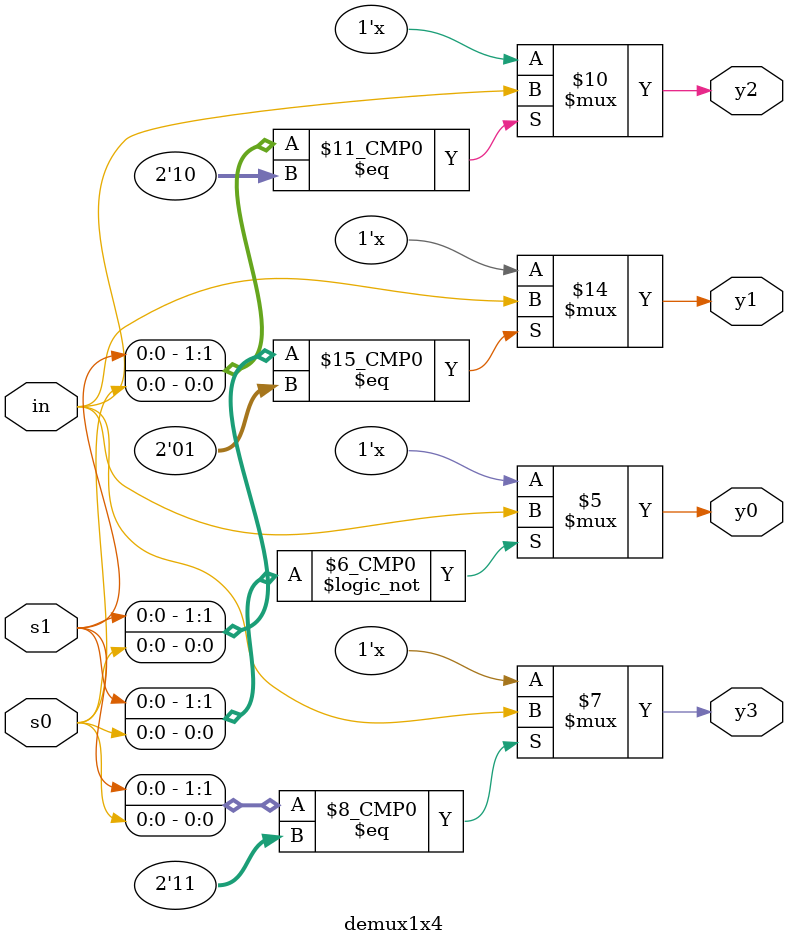
<source format=v>
module demux1x4(
input in,s1,s0,
output reg y0,y1,y2,y3);

always @(*)begin
case({s1,s0})
	2'b00: y0=in;
	2'b01: y1=in;
	2'b10: y2=in;
	2'b11: y3=in;
	default: {y0,y1,y2,y3}=0;
endcase

end

endmodule

</source>
